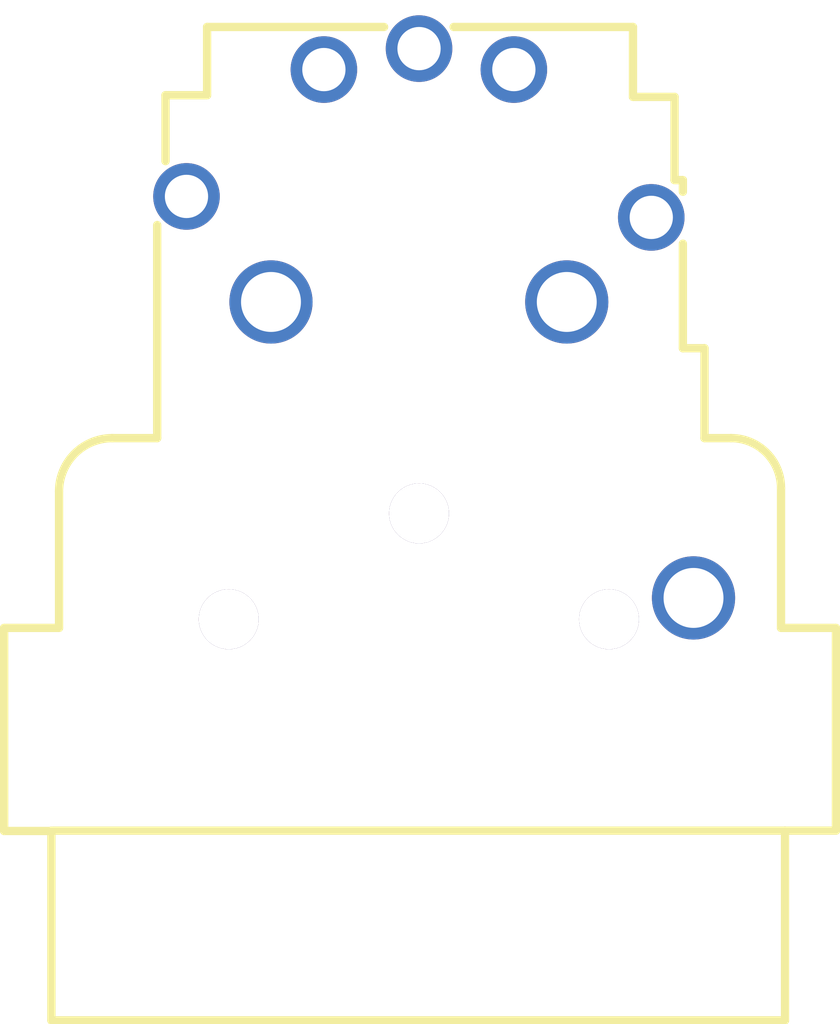
<source format=kicad_pcb>
(kicad_pcb (version 20241229) (generator "pcbnew") (generator_version "9.0")
  (layers (0 "F.Cu" signal) (2 "B.Cu" signal) (13 "F.Paste" user) (15 "B.Paste" user) (5 "F.SilkS" user "F.Silkscreen") (7 "B.SilkS" user "B.Silkscreen") (1 "F.Mask" user) (3 "B.Mask" user) (25 "Edge.Cuts" user))
  (net 0 "")
  (net 1 "GND")
  (net 2 "audio_P")
  (net 3 "audio_N")
  (net 4 "T")
  (net 5 "G")
  (net 6 "R")
  (net 7 "S")
  (footprint "Neutrik_NCJ6FA_H:CONN-TH_NCJ6FA-H" (layer "F.Cu") (at 0 0)
    (property "Reference" "PS1" (hide yes))
    (property "Value" "")
    (fp_line (start -13.1 9.15) (end -13.1 15.25) (stroke (width 0.25)) (layer "F.SilkS"))
    (fp_line (start -13.1 15.25) (end -11.68 15.25) (stroke (width 0.25)) (layer "F.SilkS"))
    (fp_line (start -11.68 20.94) (end -11.68 15.24) (stroke (width 0.25)) (layer "F.SilkS"))
    (fp_line (start -11.63 15.24) (end 10.37 15.24) (stroke (width 0.25)) (layer "F.SilkS"))
    (fp_line (start -11.45 5.05) (end -11.45 9.15) (stroke (width 0.25)) (layer "F.SilkS"))
    (fp_line (start -11.45 9.15) (end -13.1 9.15) (stroke (width 0.25)) (layer "F.SilkS"))
    (fp_line (start -8.5 -2.95) (end -8.5 3.45) (stroke (width 0.25)) (layer "F.SilkS"))
    (fp_line (start -8.5 3.45) (end -9.85 3.45) (stroke (width 0.25)) (layer "F.SilkS"))
    (fp_line (start -8.25 -6.85) (end -8.25 -4.87) (stroke (width 0.25)) (layer "F.SilkS"))
    (fp_line (start -7 -8.9) (end -7 -6.85) (stroke (width 0.25)) (layer "F.SilkS"))
    (fp_line (start -7 -6.85) (end -8.25 -6.85) (stroke (width 0.25)) (layer "F.SilkS"))
    (fp_line (start -1.68 -8.9) (end -7 -8.9) (stroke (width 0.25)) (layer "F.SilkS"))
    (fp_line (start 5.8 -8.9) (end 0.41 -8.9) (stroke (width 0.25)) (layer "F.SilkS"))
    (fp_line (start 5.8 -6.8) (end 5.8 -8.9) (stroke (width 0.25)) (layer "F.SilkS"))
    (fp_line (start 7.05 -6.8) (end 5.8 -6.8) (stroke (width 0.25)) (layer "F.SilkS"))
    (fp_line (start 7.05 -4.3) (end 7.05 -6.8) (stroke (width 0.25)) (layer "F.SilkS"))
    (fp_line (start 7.3 -4.3) (end 7.05 -4.3) (stroke (width 0.25)) (layer "F.SilkS"))
    (fp_line (start 7.3 -3.95) (end 7.3 -4.3) (stroke (width 0.25)) (layer "F.SilkS"))
    (fp_line (start 7.3 0.75) (end 7.3 -2.39) (stroke (width 0.25)) (layer "F.SilkS"))
    (fp_line (start 7.95 0.75) (end 7.3 0.75) (stroke (width 0.25)) (layer "F.SilkS"))
    (fp_line (start 7.95 3.45) (end 7.95 0.75) (stroke (width 0.25)) (layer "F.SilkS"))
    (fp_line (start 8.75 3.45) (end 7.95 3.45) (stroke (width 0.25)) (layer "F.SilkS"))
    (fp_line (start 10.25 9.15) (end 10.25 4.95) (stroke (width 0.25)) (layer "F.SilkS"))
    (fp_line (start 10.37 15.24) (end 10.37 20.94) (stroke (width 0.25)) (layer "F.SilkS"))
    (fp_line (start 10.37 15.24) (end 11.9 15.24) (stroke (width 0.25)) (layer "F.SilkS"))
    (fp_line (start 10.37 20.94) (end -11.68 20.94) (stroke (width 0.25)) (layer "F.SilkS"))
    (fp_line (start 11.9 9.15) (end 10.25 9.15) (stroke (width 0.25)) (layer "F.SilkS"))
    (fp_line (start 11.9 15.24) (end 11.9 9.15) (stroke (width 0.25)) (layer "F.SilkS"))
    (fp_arc (start -11.45 5.05) (mid -10.981371 3.918629) (end -9.85 3.45) (stroke (width 0.25)) (layer "F.SilkS"))
    (fp_arc (start 8.75 3.45) (mid 9.81066 3.88934) (end 10.25 4.95) (stroke (width 0.25)) (layer "F.SilkS"))
    (pad "" thru_hole circle (at -6.35 8.89) (size 1.8 1.8) (drill 1.8) (layers "*.Cu" "*.Mask"))
    (pad "" thru_hole circle (at -0.63 5.71) (size 1.8 1.8) (drill 1.8) (layers "*.Cu" "*.Mask"))
    (pad "" thru_hole circle (at 5.08 8.89) (size 1.8 1.8) (drill 1.8) (layers "*.Cu" "*.Mask"))
    (pad "1" thru_hole circle (at 6.35 -3.18 180) (size 2 2) (drill 1.300023) (layers "*.Cu" "*.Mask") (net 1 "GND"))
    (pad "2" thru_hole circle (at -7.62 -3.81 180) (size 2 2) (drill 1.300023) (layers "*.Cu" "*.Mask") (net 2 "audio_P"))
    (pad "3" thru_hole circle (at -0.63 -8.25 180) (size 2 2) (drill 1.300023) (layers "*.Cu" "*.Mask") (net 3 "audio_N"))
    (pad "4" thru_hole circle (at 2.22 -7.62 180) (size 2 2) (drill 1.300023) (layers "*.Cu" "*.Mask") (net 7 "S"))
    (pad "5" thru_hole circle (at -3.49 -7.62 180) (size 2 2) (drill 1.300023) (layers "*.Cu" "*.Mask") (net 6 "R"))
    (pad "6" thru_hole circle (at 3.81 -0.64 180) (size 2.5 2.5) (drill 1.799996) (layers "*.Cu" "*.Mask") (net 4 "T"))
    (pad "7" thru_hole circle (at -5.08 -0.64 180) (size 2.5 2.5) (drill 1.799996) (layers "*.Cu" "*.Mask") (net 4 "T"))
    (pad "8" thru_hole circle (at 7.62 8.25 180) (size 2.5 2.5) (drill 1.799996) (layers "*.Cu" "*.Mask") (net 5 "G"))
  )
)
</source>
